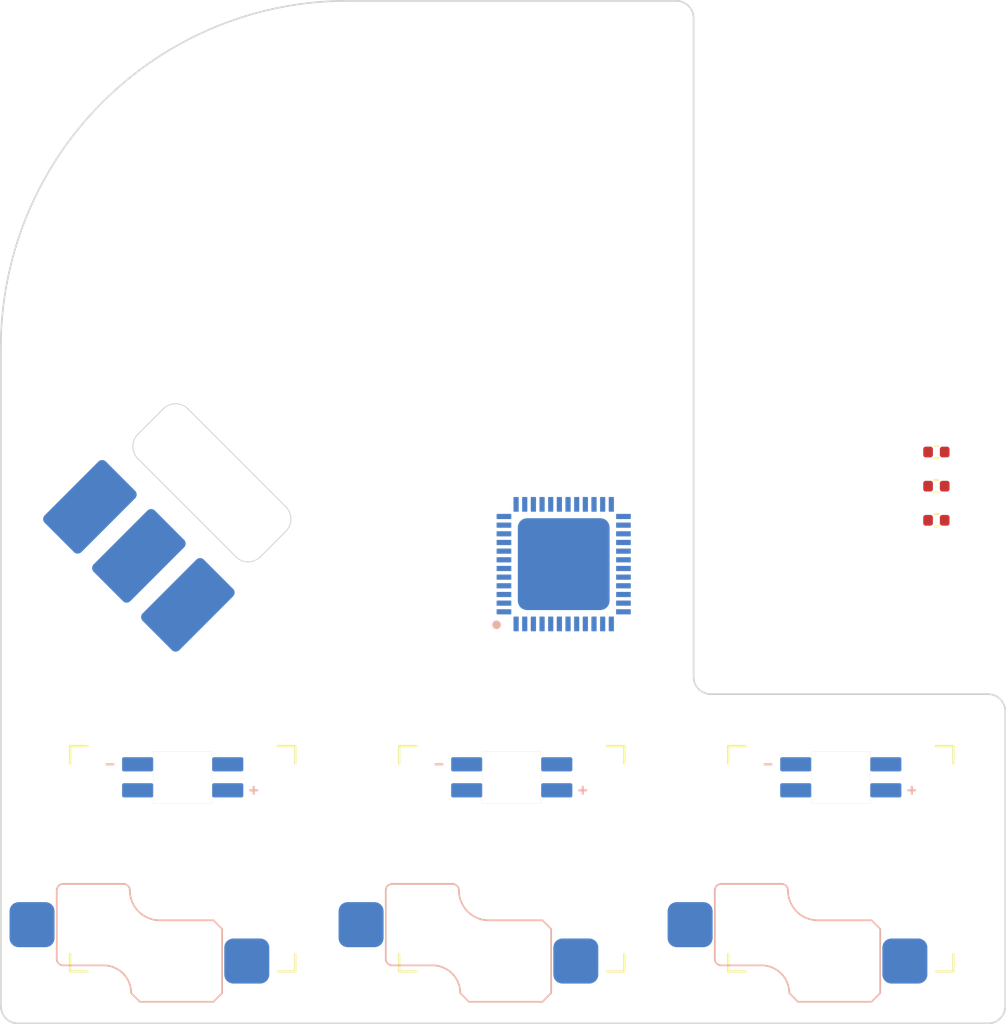
<source format=kicad_pcb>
(kicad_pcb (version 20241229) (generator "pcbnew") (generator_version "9.0")
  (layers (0 "F.Cu" signal) (2 "B.Cu" signal) (13 "F.Paste" user) (15 "B.Paste" user) (5 "F.SilkS" user "F.Silkscreen") (7 "B.SilkS" user "B.Silkscreen") (1 "F.Mask" user) (3 "B.Mask" user) (25 "Edge.Cuts" user))
  (net 0 "")
  (net 1 "/VREF+")
  (net 2 "GND")
  (net 3 "+3V3")
  (net 4 "VBUS")
  (net 6 "/KEY_T4")
  (net 7 "/KEY_T5")
  (net 8 "/KEY_T6")
  (net 17 "/DP")
  (net 28 "/SWDIO")
  (net 34 "/~{RST}")
  (net 40 "/SWCLK")
  (net 44 "/DN")
  (net 53 "/LED2")
  (net 54 "/LED1")
  (net 55 "/LED3")
  (footprint "project_footprints:SW_Kailh_Choc_V1_HotSwap" (layer "F.Cu") (at 128.5 109.5)
    (property "Reference" "SW1" (hide yes))
    (property "Value" "SW_DIP_x01" (hide yes))
    (fp_line (start -6.5 -5.5) (end -6.5 -6.5) (stroke (width 0.14)) (layer "F.SilkS"))
    (fp_line (start -6.5 6.5) (end -6.5 5.5) (stroke (width 0.14)) (layer "F.SilkS"))
    (fp_line (start -6.5 6.5) (end -5.5 6.5) (stroke (width 0.14)) (layer "F.SilkS"))
    (fp_line (start -5.5 -6.5) (end -6.5 -6.5) (stroke (width 0.14)) (layer "F.SilkS"))
    (fp_line (start 5.5 6.5) (end 6.5 6.5) (stroke (width 0.14)) (layer "F.SilkS"))
    (fp_line (start 6.5 -6.5) (end 5.5 -6.5) (stroke (width 0.14)) (layer "F.SilkS"))
    (fp_line (start 6.5 -6.5) (end 6.5 -5.5) (stroke (width 0.14)) (layer "F.SilkS"))
    (fp_line (start 6.5 5.5) (end 6.5 6.5) (stroke (width 0.14)) (layer "F.SilkS"))
    (fp_line (start -7.275 5.775) (end -7.275 1.825) (stroke (width 0.1)) (layer "B.SilkS"))
    (fp_line (start -6.9 1.45) (end -3.425 1.45) (stroke (width 0.1)) (layer "B.SilkS"))
    (fp_line (start -6.9 6.15) (end -4.600195 6.15) (stroke (width 0.1)) (layer "B.SilkS"))
    (fp_line (start -2.475 8.25) (end -2.975 7.75) (stroke (width 0.1)) (layer "B.SilkS"))
    (fp_line (start -1.325 3.55) (end 1.775 3.55) (stroke (width 0.1)) (layer "B.SilkS"))
    (fp_line (start 1.775 8.25) (end -2.475 8.25) (stroke (width 0.1)) (layer "B.SilkS"))
    (fp_line (start 2.275 4.05) (end 1.775 3.55) (stroke (width 0.1)) (layer "B.SilkS"))
    (fp_line (start 2.275 4.05) (end 2.275 7.75) (stroke (width 0.1)) (layer "B.SilkS"))
    (fp_line (start 2.275 7.75) (end 1.775 8.25) (stroke (width 0.1)) (layer "B.SilkS"))
    (fp_arc (start -7.275 1.825) (mid -7.165165 1.559835) (end -6.9 1.45) (stroke (width 0.1)) (layer "B.SilkS"))
    (fp_arc (start -6.9 6.15) (mid -7.165165 6.040165) (end -7.275 5.775) (stroke (width 0.1)) (layer "B.SilkS"))
    (fp_arc (start -4.600195 6.15) (mid -3.45256 6.609686) (end -2.975 7.75) (stroke (width 0.1)) (layer "B.SilkS"))
    (fp_arc (start -3.425 1.45) (mid -3.159835 1.559835) (end -3.05 1.825) (stroke (width 0.1)) (layer "B.SilkS"))
    (fp_arc (start -1.325 3.55) (mid -2.544759 3.044759) (end -3.05 1.825) (stroke (width 0.1)) (layer "B.SilkS"))
    (pad "" np_thru_hole circle (at -5.5 0) (size 1.7018 1.7018) (drill 1.7018) (layers "*.Cu" "*.Mask"))
    (pad "" np_thru_hole circle (at -5 3.8) (size 3 3) (drill 3) (layers "*.Cu" "*.Mask"))
    (pad "" np_thru_hole circle (at 0 0) (size 3.429 3.429) (drill 3.429) (layers "*.Cu" "*.Mask"))
    (pad "" np_thru_hole circle (at 0 5.9) (size 3 3) (drill 3) (layers "*.Cu" "*.Mask"))
    (pad "" np_thru_hole circle (at 5.5 0) (size 1.7018 1.7018) (drill 1.7018) (layers "*.Cu" "*.Mask"))
    (pad "1" smd roundrect (at 3.7 5.9) (size 2.6 2.6) (layers "B.Cu" "B.Mask" "B.Paste") (roundrect_rratio 0.2) (net 2 "GND"))
    (pad "2" smd roundrect (at -8.7 3.8) (size 2.6 2.6) (layers "B.Cu" "B.Mask" "B.Paste") (roundrect_rratio 0.2) (net 6 "/KEY_T4"))
  )
  (footprint "project_footprints:C_0402" (layer "F.Cu") (at 172.02 86.03)
    (property "Reference" "C1" (hide yes))
    (property "Value" "1u" (hide yes))
    (fp_line (start -0.107836 -0.36) (end 0.107836 -0.36) (stroke (width 0.12)) (layer "F.SilkS"))
    (fp_line (start -0.107836 0.36) (end 0.107836 0.36) (stroke (width 0.12)) (layer "F.SilkS"))
    (pad "1" smd roundrect (at -0.48 0) (size 0.56 0.62) (layers "F.Cu" "F.Mask" "F.Paste") (net 1 "/VREF+"))
    (pad "2" smd roundrect (at 0.48 0) (size 0.56 0.62) (layers "F.Cu" "F.Mask" "F.Paste") (net 2 "GND"))
  )
  (footprint "project_footprints:C_0402" (layer "F.Cu") (at 172.02 89.97)
    (property "Reference" "C3" (hide yes))
    (property "Value" "4u7" (hide yes))
    (fp_line (start -0.107836 -0.36) (end 0.107836 -0.36) (stroke (width 0.12)) (layer "F.SilkS"))
    (fp_line (start -0.107836 0.36) (end 0.107836 0.36) (stroke (width 0.12)) (layer "F.SilkS"))
    (pad "1" smd roundrect (at -0.48 0) (size 0.56 0.62) (layers "F.Cu" "F.Mask" "F.Paste") (net 3 "+3V3"))
    (pad "2" smd roundrect (at 0.48 0) (size 0.56 0.62) (layers "F.Cu" "F.Mask" "F.Paste") (net 2 "GND"))
  )
  (footprint "project_footprints:SW_Kailh_Choc_V1_HotSwap" (layer "F.Cu") (at 147.5 109.5)
    (property "Reference" "SW2" (hide yes))
    (property "Value" "SW_DIP_x01" (hide yes))
    (fp_line (start -6.5 -5.5) (end -6.5 -6.5) (stroke (width 0.14)) (layer "F.SilkS"))
    (fp_line (start -6.5 6.5) (end -6.5 5.5) (stroke (width 0.14)) (layer "F.SilkS"))
    (fp_line (start -6.5 6.5) (end -5.5 6.5) (stroke (width 0.14)) (layer "F.SilkS"))
    (fp_line (start -5.5 -6.5) (end -6.5 -6.5) (stroke (width 0.14)) (layer "F.SilkS"))
    (fp_line (start 5.5 6.5) (end 6.5 6.5) (stroke (width 0.14)) (layer "F.SilkS"))
    (fp_line (start 6.5 -6.5) (end 5.5 -6.5) (stroke (width 0.14)) (layer "F.SilkS"))
    (fp_line (start 6.5 -6.5) (end 6.5 -5.5) (stroke (width 0.14)) (layer "F.SilkS"))
    (fp_line (start 6.5 5.5) (end 6.5 6.5) (stroke (width 0.14)) (layer "F.SilkS"))
    (fp_line (start -7.275 5.775) (end -7.275 1.825) (stroke (width 0.1)) (layer "B.SilkS"))
    (fp_line (start -6.9 1.45) (end -3.425 1.45) (stroke (width 0.1)) (layer "B.SilkS"))
    (fp_line (start -6.9 6.15) (end -4.600195 6.15) (stroke (width 0.1)) (layer "B.SilkS"))
    (fp_line (start -2.475 8.25) (end -2.975 7.75) (stroke (width 0.1)) (layer "B.SilkS"))
    (fp_line (start -1.325 3.55) (end 1.775 3.55) (stroke (width 0.1)) (layer "B.SilkS"))
    (fp_line (start 1.775 8.25) (end -2.475 8.25) (stroke (width 0.1)) (layer "B.SilkS"))
    (fp_line (start 2.275 4.05) (end 1.775 3.55) (stroke (width 0.1)) (layer "B.SilkS"))
    (fp_line (start 2.275 4.05) (end 2.275 7.75) (stroke (width 0.1)) (layer "B.SilkS"))
    (fp_line (start 2.275 7.75) (end 1.775 8.25) (stroke (width 0.1)) (layer "B.SilkS"))
    (fp_arc (start -7.275 1.825) (mid -7.165165 1.559835) (end -6.9 1.45) (stroke (width 0.1)) (layer "B.SilkS"))
    (fp_arc (start -6.9 6.15) (mid -7.165165 6.040165) (end -7.275 5.775) (stroke (width 0.1)) (layer "B.SilkS"))
    (fp_arc (start -4.600195 6.15) (mid -3.45256 6.609686) (end -2.975 7.75) (stroke (width 0.1)) (layer "B.SilkS"))
    (fp_arc (start -3.425 1.45) (mid -3.159835 1.559835) (end -3.05 1.825) (stroke (width 0.1)) (layer "B.SilkS"))
    (fp_arc (start -1.325 3.55) (mid -2.544759 3.044759) (end -3.05 1.825) (stroke (width 0.1)) (layer "B.SilkS"))
    (pad "" np_thru_hole circle (at -5.5 0) (size 1.7018 1.7018) (drill 1.7018) (layers "*.Cu" "*.Mask"))
    (pad "" np_thru_hole circle (at -5 3.8) (size 3 3) (drill 3) (layers "*.Cu" "*.Mask"))
    (pad "" np_thru_hole circle (at 0 0) (size 3.429 3.429) (drill 3.429) (layers "*.Cu" "*.Mask"))
    (pad "" np_thru_hole circle (at 0 5.9) (size 3 3) (drill 3) (layers "*.Cu" "*.Mask"))
    (pad "" np_thru_hole circle (at 5.5 0) (size 1.7018 1.7018) (drill 1.7018) (layers "*.Cu" "*.Mask"))
    (pad "1" smd roundrect (at 3.7 5.9) (size 2.6 2.6) (layers "B.Cu" "B.Mask" "B.Paste") (roundrect_rratio 0.2) (net 2 "GND"))
    (pad "2" smd roundrect (at -8.7 3.8) (size 2.6 2.6) (layers "B.Cu" "B.Mask" "B.Paste") (roundrect_rratio 0.2) (net 7 "/KEY_T5"))
  )
  (footprint "project_footprints:C_0402" (layer "F.Cu") (at 172.02 88)
    (property "Reference" "C2" (hide yes))
    (property "Value" "100n" (hide yes))
    (fp_line (start -0.107836 -0.36) (end 0.107836 -0.36) (stroke (width 0.12)) (layer "F.SilkS"))
    (fp_line (start -0.107836 0.36) (end 0.107836 0.36) (stroke (width 0.12)) (layer "F.SilkS"))
    (pad "1" smd roundrect (at -0.48 0) (size 0.56 0.62) (layers "F.Cu" "F.Mask" "F.Paste") (net 3 "+3V3"))
    (pad "2" smd roundrect (at 0.48 0) (size 0.56 0.62) (layers "F.Cu" "F.Mask" "F.Paste") (net 2 "GND"))
  )
  (footprint "project_footprints:2206-100T" (layer "F.Cu") (at 137.990497 80 -135)
    (property "Reference" "M1" (hide yes))
    (property "Value" "2206-100T")
    (fp_line (start 12.076697 5) (end 10 5) (stroke (width 0.05)) (layer "Edge.Cuts"))
    (fp_line (start 9 4) (end 9 -4) (stroke (width 0.05)) (layer "Edge.Cuts"))
    (fp_line (start 13.076696 -4.000001) (end 13.076696 4.000001) (stroke (width 0.05)) (layer "Edge.Cuts"))
    (fp_line (start 10 -5) (end 12.076697 -5) (stroke (width 0.05)) (layer "Edge.Cuts"))
    (fp_arc (start 13.076696 4.000001) (mid 12.783803 4.707105) (end 12.076697 5) (stroke (width 0.05)) (layer "Edge.Cuts"))
    (fp_arc (start 10 5) (mid 9.292893 4.707107) (end 9 4) (stroke (width 0.05)) (layer "Edge.Cuts"))
    (fp_arc (start 12.076697 -5) (mid 12.783803 -4.707107) (end 13.076696 -4.000001) (stroke (width 0.05)) (layer "Edge.Cuts"))
    (fp_arc (start 9 -4) (mid 9.292893 -4.707107) (end 10 -5) (stroke (width 0.05)) (layer "Edge.Cuts"))
    (pad "" np_thru_hole circle (at -4.25 -4.25 225) (size 2.2 2.2) (drill 2.2) (layers "*.Cu" "*.Mask"))
    (pad "" np_thru_hole circle (at -4.25 4.25 225) (size 2.2 2.2) (drill 2.2) (layers "*.Cu" "*.Mask"))
    (pad "" np_thru_hole circle (at 4.25 -4.25 225) (size 2.2 2.2) (drill 2.2) (layers "*.Cu" "*.Mask"))
    (pad "" np_thru_hole circle (at 4.25 4.25 225) (size 2.2 2.2) (drill 2.2) (layers "*.Cu" "*.Mask"))
    (pad "1" smd roundrect (at 17 -4 225) (size 5 3) (layers "B.Cu" "B.Mask" "B.Paste") (roundrect_rratio 0.1))
    (pad "2" smd roundrect (at 17 0 225) (size 5 3) (layers "B.Cu" "B.Mask" "B.Paste") (roundrect_rratio 0.1))
    (pad "3" smd roundrect (at 17 4 225) (size 5 3) (layers "B.Cu" "B.Mask" "B.Paste") (roundrect_rratio 0.1))
  )
  (footprint "project_footprints:SW_Kailh_Choc_V1_HotSwap" (layer "F.Cu") (at 166.5 109.5)
    (property "Reference" "SW3" (hide yes))
    (property "Value" "SW_DIP_x01" (hide yes))
    (fp_line (start -6.5 -5.5) (end -6.5 -6.5) (stroke (width 0.14)) (layer "F.SilkS"))
    (fp_line (start -6.5 6.5) (end -6.5 5.5) (stroke (width 0.14)) (layer "F.SilkS"))
    (fp_line (start -6.5 6.5) (end -5.5 6.5) (stroke (width 0.14)) (layer "F.SilkS"))
    (fp_line (start -5.5 -6.5) (end -6.5 -6.5) (stroke (width 0.14)) (layer "F.SilkS"))
    (fp_line (start 5.5 6.5) (end 6.5 6.5) (stroke (width 0.14)) (layer "F.SilkS"))
    (fp_line (start 6.5 -6.5) (end 5.5 -6.5) (stroke (width 0.14)) (layer "F.SilkS"))
    (fp_line (start 6.5 -6.5) (end 6.5 -5.5) (stroke (width 0.14)) (layer "F.SilkS"))
    (fp_line (start 6.5 5.5) (end 6.5 6.5) (stroke (width 0.14)) (layer "F.SilkS"))
    (fp_line (start -7.275 5.775) (end -7.275 1.825) (stroke (width 0.1)) (layer "B.SilkS"))
    (fp_line (start -6.9 1.45) (end -3.425 1.45) (stroke (width 0.1)) (layer "B.SilkS"))
    (fp_line (start -6.9 6.15) (end -4.600195 6.15) (stroke (width 0.1)) (layer "B.SilkS"))
    (fp_line (start -2.475 8.25) (end -2.975 7.75) (stroke (width 0.1)) (layer "B.SilkS"))
    (fp_line (start -1.325 3.55) (end 1.775 3.55) (stroke (width 0.1)) (layer "B.SilkS"))
    (fp_line (start 1.775 8.25) (end -2.475 8.25) (stroke (width 0.1)) (layer "B.SilkS"))
    (fp_line (start 2.275 4.05) (end 1.775 3.55) (stroke (width 0.1)) (layer "B.SilkS"))
    (fp_line (start 2.275 4.05) (end 2.275 7.75) (stroke (width 0.1)) (layer "B.SilkS"))
    (fp_line (start 2.275 7.75) (end 1.775 8.25) (stroke (width 0.1)) (layer "B.SilkS"))
    (fp_arc (start -7.275 1.825) (mid -7.165165 1.559835) (end -6.9 1.45) (stroke (width 0.1)) (layer "B.SilkS"))
    (fp_arc (start -6.9 6.15) (mid -7.165165 6.040165) (end -7.275 5.775) (stroke (width 0.1)) (layer "B.SilkS"))
    (fp_arc (start -4.600195 6.15) (mid -3.45256 6.609686) (end -2.975 7.75) (stroke (width 0.1)) (layer "B.SilkS"))
    (fp_arc (start -3.425 1.45) (mid -3.159835 1.559835) (end -3.05 1.825) (stroke (width 0.1)) (layer "B.SilkS"))
    (fp_arc (start -1.325 3.55) (mid -2.544759 3.044759) (end -3.05 1.825) (stroke (width 0.1)) (layer "B.SilkS"))
    (pad "" np_thru_hole circle (at -5.5 0) (size 1.7018 1.7018) (drill 1.7018) (layers "*.Cu" "*.Mask"))
    (pad "" np_thru_hole circle (at -5 3.8) (size 3 3) (drill 3) (layers "*.Cu" "*.Mask"))
    (pad "" np_thru_hole circle (at 0 0) (size 3.429 3.429) (drill 3.429) (layers "*.Cu" "*.Mask"))
    (pad "" np_thru_hole circle (at 0 5.9) (size 3 3) (drill 3) (layers "*.Cu" "*.Mask"))
    (pad "" np_thru_hole circle (at 5.5 0) (size 1.7018 1.7018) (drill 1.7018) (layers "*.Cu" "*.Mask"))
    (pad "1" smd roundrect (at 3.7 5.9) (size 2.6 2.6) (layers "B.Cu" "B.Mask" "B.Paste") (roundrect_rratio 0.2) (net 2 "GND"))
    (pad "2" smd roundrect (at -8.7 3.8) (size 2.6 2.6) (layers "B.Cu" "B.Mask" "B.Paste") (roundrect_rratio 0.2) (net 8 "/KEY_T6"))
  )
  (footprint "project_footprints:sk6812-e" (layer "B.Cu") (at 147.5 104.8)
    (property "Reference" "D2" (hide yes))
    (property "Value" "SK6812-E")
    (fp_line (start -4 -0.75) (end -4.4 -0.75) (stroke (width 0.127)) (layer "B.SilkS"))
    (fp_line (start 3.9 0.75) (end 4.3 0.75) (stroke (width 0.127)) (layer "B.SilkS"))
    (fp_line (start 4.1 0.95) (end 4.1 0.55) (stroke (width 0.127)) (layer "B.SilkS"))
    (fp_line (start -1.7 -1.5) (end -1.7 1.5) (stroke (width 0.01)) (layer "Edge.Cuts"))
    (fp_line (start -1.7 1.5) (end 1.7 1.5) (stroke (width 0.01)) (layer "Edge.Cuts"))
    (fp_line (start 1.7 -1.5) (end -1.7 -1.5) (stroke (width 0.01)) (layer "Edge.Cuts"))
    (fp_line (start 1.7 1.5) (end 1.7 -1.5) (stroke (width 0.01)) (layer "Edge.Cuts"))
    (pad "1" smd roundrect (at 2.6 0.75) (size 1.8 0.82) (layers "B.Cu" "B.Mask" "B.Paste") (roundrect_rratio 0.1219512195) (net 4 "VBUS"))
    (pad "2" smd roundrect (at 2.6 -0.75) (size 1.8 0.82) (layers "B.Cu" "B.Mask" "B.Paste") (roundrect_rratio 0.1219512195) (net 55 "/LED3"))
    (pad "3" smd roundrect (at -2.6 -0.75) (size 1.8 0.82) (layers "B.Cu" "B.Mask" "B.Paste") (roundrect_rratio 0.1219512195) (net 2 "GND"))
    (pad "4" smd roundrect (at -2.6 0.75) (size 1.8 0.82) (layers "B.Cu" "B.Mask" "B.Paste") (roundrect_rratio 0.1219512195) (net 53 "/LED2"))
  )
  (footprint "project_footprints:sk6812-e" (layer "B.Cu") (at 166.5 104.8)
    (property "Reference" "D3" (hide yes))
    (property "Value" "SK6812-E")
    (fp_line (start -4 -0.75) (end -4.4 -0.75) (stroke (width 0.127)) (layer "B.SilkS"))
    (fp_line (start 3.9 0.75) (end 4.3 0.75) (stroke (width 0.127)) (layer "B.SilkS"))
    (fp_line (start 4.1 0.95) (end 4.1 0.55) (stroke (width 0.127)) (layer "B.SilkS"))
    (fp_line (start -1.7 -1.5) (end -1.7 1.5) (stroke (width 0.01)) (layer "Edge.Cuts"))
    (fp_line (start -1.7 1.5) (end 1.7 1.5) (stroke (width 0.01)) (layer "Edge.Cuts"))
    (fp_line (start 1.7 -1.5) (end -1.7 -1.5) (stroke (width 0.01)) (layer "Edge.Cuts"))
    (fp_line (start 1.7 1.5) (end 1.7 -1.5) (stroke (width 0.01)) (layer "Edge.Cuts"))
    (pad "1" smd roundrect (at 2.6 0.75) (size 1.8 0.82) (layers "B.Cu" "B.Mask" "B.Paste") (roundrect_rratio 0.1219512195) (net 4 "VBUS"))
    (pad "2" smd roundrect (at 2.6 -0.75) (size 1.8 0.82) (layers "B.Cu" "B.Mask" "B.Paste") (roundrect_rratio 0.1219512195))
    (pad "3" smd roundrect (at -2.6 -0.75) (size 1.8 0.82) (layers "B.Cu" "B.Mask" "B.Paste") (roundrect_rratio 0.1219512195) (net 2 "GND"))
    (pad "4" smd roundrect (at -2.6 0.75) (size 1.8 0.82) (layers "B.Cu" "B.Mask" "B.Paste") (roundrect_rratio 0.1219512195) (net 55 "/LED3"))
  )
  (footprint "project_footprints:sk6812-e" (layer "B.Cu") (at 128.5 104.8)
    (property "Reference" "D1" (hide yes))
    (property "Value" "SK6812-E")
    (fp_line (start -4 -0.75) (end -4.4 -0.75) (stroke (width 0.127)) (layer "B.SilkS"))
    (fp_line (start 3.9 0.75) (end 4.3 0.75) (stroke (width 0.127)) (layer "B.SilkS"))
    (fp_line (start 4.1 0.95) (end 4.1 0.55) (stroke (width 0.127)) (layer "B.SilkS"))
    (fp_line (start -1.7 -1.5) (end -1.7 1.5) (stroke (width 0.01)) (layer "Edge.Cuts"))
    (fp_line (start -1.7 1.5) (end 1.7 1.5) (stroke (width 0.01)) (layer "Edge.Cuts"))
    (fp_line (start 1.7 -1.5) (end -1.7 -1.5) (stroke (width 0.01)) (layer "Edge.Cuts"))
    (fp_line (start 1.7 1.5) (end 1.7 -1.5) (stroke (width 0.01)) (layer "Edge.Cuts"))
    (pad "1" smd roundrect (at 2.6 0.75) (size 1.8 0.82) (layers "B.Cu" "B.Mask" "B.Paste") (roundrect_rratio 0.1219512195) (net 4 "VBUS"))
    (pad "2" smd roundrect (at 2.6 -0.75) (size 1.8 0.82) (layers "B.Cu" "B.Mask" "B.Paste") (roundrect_rratio 0.1219512195) (net 53 "/LED2"))
    (pad "3" smd roundrect (at -2.6 -0.75) (size 1.8 0.82) (layers "B.Cu" "B.Mask" "B.Paste") (roundrect_rratio 0.1219512195) (net 2 "GND"))
    (pad "4" smd roundrect (at -2.6 0.75) (size 1.8 0.82) (layers "B.Cu" "B.Mask" "B.Paste") (roundrect_rratio 0.1219512195) (net 54 "/LED1"))
  )
  (footprint "project_footprints:QFN50P700X700X60-49N-D" (layer "B.Cu") (at 150.5 92.5)
    (property "Reference" "U1" (hide yes))
    (property "Value" "STM32G0C1CEUx" (hide yes))
    (fp_circle (center -3.875 3.5) (end -3.875 3.375) (stroke (width 0.25)) (fill no) (layer "B.SilkS"))
    (pad "1" smd roundrect (at -3.45 2.75 270) (size 0.3 0.85) (layers "B.Cu" "B.Mask" "B.Paste") (roundrect_rratio 0.1))
    (pad "2" smd roundrect (at -3.45 2.25 270) (size 0.3 0.85) (layers "B.Cu" "B.Mask" "B.Paste") (roundrect_rratio 0.1))
    (pad "3" smd roundrect (at -3.45 1.75 270) (size 0.3 0.85) (layers "B.Cu" "B.Mask" "B.Paste") (roundrect_rratio 0.1))
    (pad "4" smd roundrect (at -3.45 1.25 270) (size 0.3 0.85) (layers "B.Cu" "B.Mask" "B.Paste") (roundrect_rratio 0.1) (net 3 "+3V3"))
    (pad "5" smd roundrect (at -3.45 0.75 270) (size 0.3 0.85) (layers "B.Cu" "B.Mask" "B.Paste") (roundrect_rratio 0.1) (net 1 "/VREF+"))
    (pad "6" smd roundrect (at -3.45 0.25 270) (size 0.3 0.85) (layers "B.Cu" "B.Mask" "B.Paste") (roundrect_rratio 0.1) (net 3 "+3V3"))
    (pad "7" smd roundrect (at -3.45 -0.25 270) (size 0.3 0.85) (layers "B.Cu" "B.Mask" "B.Paste") (roundrect_rratio 0.1) (net 2 "GND"))
    (pad "8" smd roundrect (at -3.45 -0.75 270) (size 0.3 0.85) (layers "B.Cu" "B.Mask" "B.Paste") (roundrect_rratio 0.1))
    (pad "9" smd roundrect (at -3.45 -1.25 270) (size 0.3 0.85) (layers "B.Cu" "B.Mask" "B.Paste") (roundrect_rratio 0.1))
    (pad "10" smd roundrect (at -3.45 -1.75 270) (size 0.3 0.85) (layers "B.Cu" "B.Mask" "B.Paste") (roundrect_rratio 0.1) (net 34 "/~{RST}"))
    (pad "11" smd roundrect (at -3.45 -2.25 270) (size 0.3 0.85) (layers "B.Cu" "B.Mask" "B.Paste") (roundrect_rratio 0.1))
    (pad "12" smd roundrect (at -3.45 -2.75 270) (size 0.3 0.85) (layers "B.Cu" "B.Mask" "B.Paste") (roundrect_rratio 0.1))
    (pad "13" smd roundrect (at -2.75 -3.45) (size 0.3 0.85) (layers "B.Cu" "B.Mask" "B.Paste") (roundrect_rratio 0.1))
    (pad "14" smd roundrect (at -2.25 -3.45) (size 0.3 0.85) (layers "B.Cu" "B.Mask" "B.Paste") (roundrect_rratio 0.1))
    (pad "15" smd roundrect (at -1.75 -3.45) (size 0.3 0.85) (layers "B.Cu" "B.Mask" "B.Paste") (roundrect_rratio 0.1))
    (pad "16" smd roundrect (at -1.25 -3.45) (size 0.3 0.85) (layers "B.Cu" "B.Mask" "B.Paste") (roundrect_rratio 0.1))
    (pad "17" smd roundrect (at -0.75 -3.45) (size 0.3 0.85) (layers "B.Cu" "B.Mask" "B.Paste") (roundrect_rratio 0.1))
    (pad "18" smd roundrect (at -0.25 -3.45) (size 0.3 0.85) (layers "B.Cu" "B.Mask" "B.Paste") (roundrect_rratio 0.1))
    (pad "19" smd roundrect (at 0.25 -3.45) (size 0.3 0.85) (layers "B.Cu" "B.Mask" "B.Paste") (roundrect_rratio 0.1))
    (pad "20" smd roundrect (at 0.75 -3.45) (size 0.3 0.85) (layers "B.Cu" "B.Mask" "B.Paste") (roundrect_rratio 0.1))
    (pad "21" smd roundrect (at 1.25 -3.45) (size 0.3 0.85) (layers "B.Cu" "B.Mask" "B.Paste") (roundrect_rratio 0.1))
    (pad "22" smd roundrect (at 1.75 -3.45) (size 0.3 0.85) (layers "B.Cu" "B.Mask" "B.Paste") (roundrect_rratio 0.1))
    (pad "23" smd roundrect (at 2.25 -3.45) (size 0.3 0.85) (layers "B.Cu" "B.Mask" "B.Paste") (roundrect_rratio 0.1))
    (pad "24" smd roundrect (at 2.75 -3.45) (size 0.3 0.85) (layers "B.Cu" "B.Mask" "B.Paste") (roundrect_rratio 0.1))
    (pad "25" smd roundrect (at 3.45 -2.75 270) (size 0.3 0.85) (layers "B.Cu" "B.Mask" "B.Paste") (roundrect_rratio 0.1))
    (pad "26" smd roundrect (at 3.45 -2.25 270) (size 0.3 0.85) (layers "B.Cu" "B.Mask" "B.Paste") (roundrect_rratio 0.1))
    (pad "27" smd roundrect (at 3.45 -1.75 270) (size 0.3 0.85) (layers "B.Cu" "B.Mask" "B.Paste") (roundrect_rratio 0.1))
    (pad "28" smd roundrect (at 3.45 -1.25 270) (size 0.3 0.85) (layers "B.Cu" "B.Mask" "B.Paste") (roundrect_rratio 0.1))
    (pad "29" smd roundrect (at 3.45 -0.75 270) (size 0.3 0.85) (layers "B.Cu" "B.Mask" "B.Paste") (roundrect_rratio 0.1))
    (pad "30" smd roundrect (at 3.45 -0.25 270) (size 0.3 0.85) (layers "B.Cu" "B.Mask" "B.Paste") (roundrect_rratio 0.1))
    (pad "31" smd roundrect (at 3.45 0.25 270) (size 0.3 0.85) (layers "B.Cu" "B.Mask" "B.Paste") (roundrect_rratio 0.1))
    (pad "32" smd roundrect (at 3.45 0.75 270) (size 0.3 0.85) (layers "B.Cu" "B.Mask" "B.Paste") (roundrect_rratio 0.1))
    (pad "33" smd roundrect (at 3.45 1.25 270) (size 0.3 0.85) (layers "B.Cu" "B.Mask" "B.Paste") (roundrect_rratio 0.1) (net 44 "/DN"))
    (pad "34" smd roundrect (at 3.45 1.75 270) (size 0.3 0.85) (layers "B.Cu" "B.Mask" "B.Paste") (roundrect_rratio 0.1) (net 17 "/DP"))
    (pad "35" smd roundrect (at 3.45 2.25 270) (size 0.3 0.85) (layers "B.Cu" "B.Mask" "B.Paste") (roundrect_rratio 0.1) (net 28 "/SWDIO"))
    (pad "36" smd roundrect (at 3.45 2.75 270) (size 0.3 0.85) (layers "B.Cu" "B.Mask" "B.Paste") (roundrect_rratio 0.1) (net 40 "/SWCLK"))
    (pad "37" smd roundrect (at 2.75 3.45) (size 0.3 0.85) (layers "B.Cu" "B.Mask" "B.Paste") (roundrect_rratio 0.1))
    (pad "38" smd roundrect (at 2.25 3.45) (size 0.3 0.85) (layers "B.Cu" "B.Mask" "B.Paste") (roundrect_rratio 0.1))
    (pad "39" smd roundrect (at 1.75 3.45) (size 0.3 0.85) (layers "B.Cu" "B.Mask" "B.Paste") (roundrect_rratio 0.1))
    (pad "40" smd roundrect (at 1.25 3.45) (size 0.3 0.85) (layers "B.Cu" "B.Mask" "B.Paste") (roundrect_rratio 0.1))
    (pad "41" smd roundrect (at 0.75 3.45) (size 0.3 0.85) (layers "B.Cu" "B.Mask" "B.Paste") (roundrect_rratio 0.1))
    (pad "42" smd roundrect (at 0.25 3.45) (size 0.3 0.85) (layers "B.Cu" "B.Mask" "B.Paste") (roundrect_rratio 0.1))
    (pad "43" smd roundrect (at -0.25 3.45) (size 0.3 0.85) (layers "B.Cu" "B.Mask" "B.Paste") (roundrect_rratio 0.1))
    (pad "44" smd roundrect (at -0.75 3.45) (size 0.3 0.85) (layers "B.Cu" "B.Mask" "B.Paste") (roundrect_rratio 0.1))
    (pad "45" smd roundrect (at -1.25 3.45) (size 0.3 0.85) (layers "B.Cu" "B.Mask" "B.Paste") (roundrect_rratio 0.1))
    (pad "46" smd roundrect (at -1.75 3.45) (size 0.3 0.85) (layers "B.Cu" "B.Mask" "B.Paste") (roundrect_rratio 0.1))
    (pad "47" smd roundrect (at -2.25 3.45) (size 0.3 0.85) (layers "B.Cu" "B.Mask" "B.Paste") (roundrect_rratio 0.1))
    (pad "48" smd roundrect (at -2.75 3.45) (size 0.3 0.85) (layers "B.Cu" "B.Mask" "B.Paste") (roundrect_rratio 0.1))
    (pad "49" smd roundrect (at 0 0) (size 5.3 5.3) (layers "B.Cu" "B.Mask" "B.Paste") (roundrect_rratio 0.1) (net 2 "GND"))
  )
  (gr_arc (start 118.000002 79.999998) (mid 123.857866 65.857864) (end 138 60) (stroke (width 0.1)) (layer "Edge.Cuts"))
  (gr_line (start 118 118) (end 118 80) (stroke (width 0.1)) (layer "Edge.Cuts"))
  (gr_line (start 158 99) (end 158 61) (stroke (width 0.1)) (layer "Edge.Cuts"))
  (gr_line (start 138 60) (end 157 60) (stroke (width 0.1)) (layer "Edge.Cuts"))
  (gr_arc (start 118.999998 118.999998) (mid 118.292893 118.707105) (end 118 118) (stroke (width 0.1)) (layer "Edge.Cuts"))
  (gr_arc (start 157.000001 60.000002) (mid 157.707106 60.292895) (end 158 61) (stroke (width 0.1)) (layer "Edge.Cuts"))
  (gr_arc (start 176 117.999999) (mid 175.707107 118.707105) (end 175.000001 118.999998) (stroke (width 0.1)) (layer "Edge.Cuts"))
  (gr_line (start 119 118.999998) (end 175 118.999998) (stroke (width 0.1)) (layer "Edge.Cuts"))
  (gr_line (start 176 117.999999) (end 176 100.999997) (stroke (width 0.1)) (layer "Edge.Cuts"))
  (gr_line (start 175 99.999998) (end 159 99.999998) (stroke (width 0.1)) (layer "Edge.Cuts"))
  (gr_arc (start 158.999999 99.999998) (mid 158.292894 99.707105) (end 158 99) (stroke (width 0.1)) (layer "Edge.Cuts"))
  (gr_arc (start 175.000001 99.999998) (mid 175.707107 100.292891) (end 176 100.999997) (stroke (width 0.1)) (layer "Edge.Cuts"))
)
</source>
